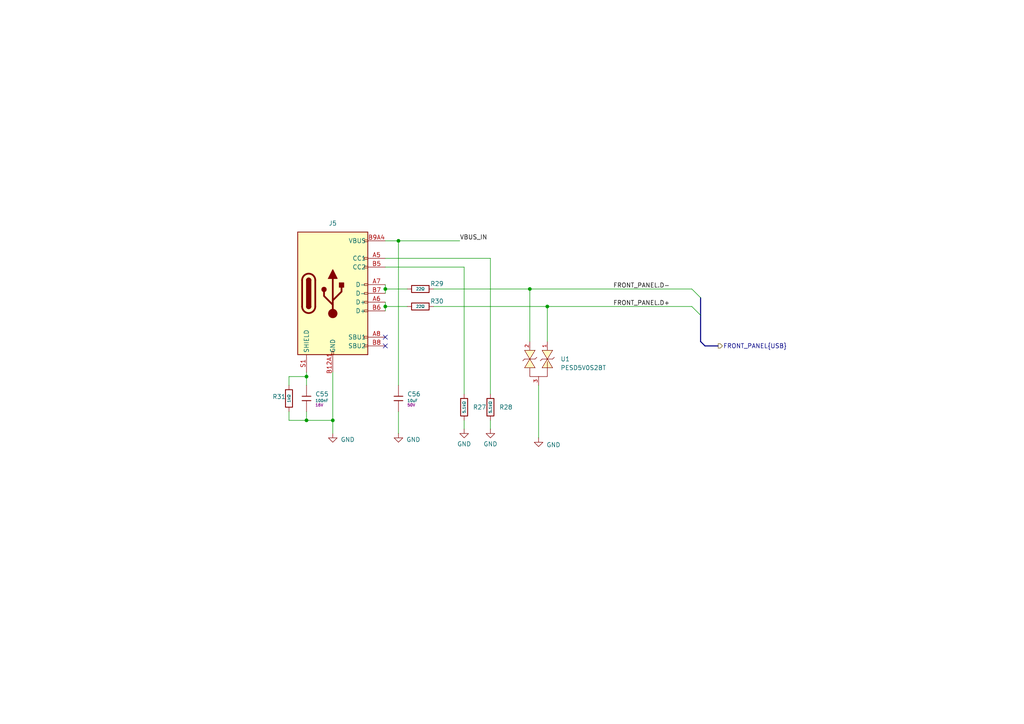
<source format=kicad_sch>
(kicad_sch (version 20231120) (generator "eeschema") (generator_version "8.0")
  (paper "A4")
  (title_block (date "2025-02-10") (rev "A") (company "ModuCard System"))
  (lib_symbols
    (symbol "PCM_JLCPCB-Capacitors:0402,100nF" (pin_numbers hide) (pin_names (offset 0))
      (property "Reference" "C" (at 2.032 1.668 0))
      (property "Value" "100nF" (at 2.032 -0.3782 0))
      (property "Voltage Rated" "16V" (at 2.032 -2.0462 0))
      (symbol "0402,100nF_0_1"
        (polyline (pts (xy -1.27 -0.635) (xy 1.27 -0.635)) (stroke (width 0.254)))
        (polyline (pts (xy -1.27 0.635) (xy 1.27 0.635)) (stroke (width 0.254)))
      )
      (symbol "0402,100nF_1_1"
        (pin passive line (at 0 3.81 270) (length 3.175) (name "~") (number "1"))
        (pin passive line (at 0 -3.81 90) (length 3.175) (name "~") (number "2"))
      )
    )
    (symbol "PCM_JLCPCB-Capacitors:0805,10uF,(2)" (pin_numbers hide) (pin_names (offset 0))
      (property "Reference" "C" (at 2.032 1.668 0))
      (property "Value" "10uF" (at 2.032 -0.3782 0))
      (property "Voltage Rated" "50V" (at 2.032 -2.0462 0))
      (symbol "0805,10uF,(2)_0_1"
        (polyline (pts (xy -1.27 -0.635) (xy 1.27 -0.635)) (stroke (width 0.254)))
        (polyline (pts (xy -1.27 0.635) (xy 1.27 0.635)) (stroke (width 0.254)))
      )
      (symbol "0805,10uF,(2)_1_1"
        (pin passive line (at 0 3.81 270) (length 3.175) (name "~") (number "1"))
        (pin passive line (at 0 -3.81 90) (length 3.175) (name "~") (number "2"))
      )
    )
    (symbol "PCM_JLCPCB-Extended:Connector, USB-TYPE-C-16P"
      (property "Reference" "J" (at 2.54 2.54 0))
      (symbol "Connector, USB-TYPE-C-16P_0_0"
        (rectangle (start -0.254 -17.78) (end 0.254 -16.764))
        (rectangle (start 10.16 -14.986) (end 9.144 -15.494))
        (rectangle (start 10.16 -12.446) (end 9.144 -12.954))
        (rectangle (start 10.16 -4.826) (end 9.144 -5.334))
        (rectangle (start 10.16 -2.286) (end 9.144 -2.794))
        (rectangle (start 10.16 0.254) (end 9.144 -0.254))
        (rectangle (start 10.16 2.794) (end 9.144 2.286))
        (rectangle (start 10.16 7.874) (end 9.144 7.366))
        (rectangle (start 10.16 10.414) (end 9.144 9.906))
        (rectangle (start 10.16 15.494) (end 9.144 14.986))
      )
      (symbol "Connector, USB-TYPE-C-16P_0_1"
        (rectangle (start -10.16 17.78) (end 10.16 -17.78) (stroke (width 0.254)) (fill (type background)))
        (arc (start -8.89 -3.81) (mid -6.985 -5.7067) (end -5.08 -3.81) (stroke (width 0.508)))
        (arc (start -7.62 -3.81) (mid -6.985 -4.4423) (end -6.35 -3.81) (stroke (width 0.254)))
        (arc (start -7.62 -3.81) (mid -6.985 -4.4423) (end -6.35 -3.81) (stroke (width 0.254)) (fill (type outline)))
        (rectangle (start -7.62 -3.81) (end -6.35 3.81) (stroke (width 0.254)) (fill (type outline)))
        (arc (start -6.35 3.81) (mid -6.985 4.4423) (end -7.62 3.81) (stroke (width 0.254)))
        (arc (start -6.35 3.81) (mid -6.985 4.4423) (end -7.62 3.81) (stroke (width 0.254)) (fill (type outline)))
        (arc (start -5.08 3.81) (mid -6.985 5.7067) (end -8.89 3.81) (stroke (width 0.508)))
        (circle (center -2.54 1.143) (radius 0.635) (stroke (width 0.254)) (fill (type outline)))
        (circle (center 0 -5.842) (radius 1.27) (fill (type outline)))
        (polyline (pts (xy -8.89 -3.81) (xy -8.89 3.81)) (stroke (width 0.508)))
        (polyline (pts (xy -5.08 3.81) (xy -5.08 -3.81)) (stroke (width 0.508)))
        (polyline (pts (xy 0 -5.842) (xy 0 4.318)) (stroke (width 0.508)))
        (polyline (pts (xy 0 -3.302) (xy -2.54 -0.762) (xy -2.54 0.508)) (stroke (width 0.508)))
        (polyline (pts (xy 0 -2.032) (xy 2.54 0.508) (xy 2.54 1.778)) (stroke (width 0.508)))
        (polyline (pts (xy -1.27 4.318) (xy 0 6.858) (xy 1.27 4.318) (xy -1.27 4.318)) (stroke (width 0.254)) (fill (type outline)))
        (rectangle (start 1.905 1.778) (end 3.175 3.048) (stroke (width 0.254)) (fill (type outline)))
      )
      (symbol "Connector, USB-TYPE-C-16P_1_1"
        (pin passive line (at 0 -22.86 90) (length 5.08) hide (name "GND") (number "A12B1"))
        (pin bidirectional line (at 15.24 10.16 180) (length 5.08) (name "CC1") (number "A5"))
        (pin bidirectional line (at 15.24 -2.54 180) (length 5.08) (name "D+") (number "A6"))
        (pin bidirectional line (at 15.24 2.54 180) (length 5.08) (name "D-") (number "A7"))
        (pin bidirectional line (at 15.24 -12.7 180) (length 5.08) (name "SBU1") (number "A8"))
        (pin passive line (at 15.24 15.24 180) (length 5.08) hide (name "VBUS") (number "A9B4"))
        (pin passive line (at 0 -22.86 90) (length 5.08) (name "GND") (number "B12A1"))
        (pin bidirectional line (at 15.24 7.62 180) (length 5.08) (name "CC2") (number "B5"))
        (pin bidirectional line (at 15.24 -5.08 180) (length 5.08) (name "D+") (number "B6"))
        (pin bidirectional line (at 15.24 0 180) (length 5.08) (name "D-") (number "B7"))
        (pin bidirectional line (at 15.24 -15.24 180) (length 5.08) (name "SBU2") (number "B8"))
        (pin passive line (at 15.24 15.24 180) (length 5.08) (name "VBUS") (number "B9A4"))
        (pin passive line (at -7.62 -22.86 90) (length 5.08) (name "SHIELD") (number "S1"))
      )
    )
    (symbol "PCM_JLCPCB-Resistors:0402,1kΩ" (pin_numbers hide) (pin_names (offset 0))
      (property "Reference" "R" (at 1.778 0 0))
      (property "Value" "1kΩ" (at 0 0 90))
      (symbol "0402,1kΩ_0_1"
        (rectangle (start -1.016 2.54) (end 1.016 -2.54) (stroke (width 0.254)))
      )
      (symbol "0402,1kΩ_1_1"
        (pin passive line (at 0 3.81 270) (length 1.27) (name "~") (number "1"))
        (pin passive line (at 0 -3.81 90) (length 1.27) (name "~") (number "2"))
      )
    )
    (symbol "PCM_JLCPCB-Resistors:0402,22Ω" (pin_numbers hide) (pin_names (offset 0))
      (property "Reference" "R" (at 1.778 0 0))
      (property "Value" "22Ω" (at 0 0 90))
      (symbol "0402,22Ω_0_1"
        (rectangle (start -1.016 2.54) (end 1.016 -2.54) (stroke (width 0.254)))
      )
      (symbol "0402,22Ω_1_1"
        (pin passive line (at 0 3.81 270) (length 1.27) (name "~") (number "1"))
        (pin passive line (at 0 -3.81 90) (length 1.27) (name "~") (number "2"))
      )
    )
    (symbol "PCM_JLCPCB-Resistors:0402,5.1kΩ" (pin_numbers hide) (pin_names (offset 0))
      (property "Reference" "R" (at 1.778 0 0))
      (property "Value" "5.1kΩ" (at 0 0 90))
      (symbol "0402,5.1kΩ_0_1"
        (rectangle (start -1.016 2.54) (end 1.016 -2.54) (stroke (width 0.254)))
      )
      (symbol "0402,5.1kΩ_1_1"
        (pin passive line (at 0 3.81 270) (length 1.27) (name "~") (number "1"))
        (pin passive line (at 0 -3.81 90) (length 1.27) (name "~") (number "2"))
      )
    )
    (symbol "PESD5V0S2BT:PESD5V0S2BT" (pin_names hide)
      (property "Reference" "U" (at -0.508 -1.524 0))
      (property "Value" "PESD5V0S2BT" (at 0 0 0))
      (symbol "PESD5V0S2BT_0_1"
        (polyline (pts (xy -1.016 -2.54) (xy -4.064 -2.54)))
        (polyline (pts (xy 4.064 -2.54) (xy 1.016 -2.54)))
        (polyline (pts (xy -4.064 -2.54) (xy -4.572 -3.048) (xy -4.064 -2.54)))
        (polyline (pts (xy -1.016 -2.54) (xy -0.508 -2.032) (xy -1.016 -2.54)))
        (polyline (pts (xy 1.016 -2.54) (xy 0.508 -3.048) (xy 1.016 -2.54)))
        (polyline (pts (xy 4.064 -2.54) (xy 4.572 -2.032) (xy 4.064 -2.54)))
        (polyline (pts (xy -4.064 -5.08) (xy -2.54 -2.54) (xy -1.016 -5.08) (xy -4.064 -5.08)) (fill (type background)))
        (polyline (pts (xy -4.064 0) (xy -2.54 -2.54) (xy -1.016 0) (xy -4.064 0)) (fill (type background)))
        (polyline (pts (xy 1.016 -5.08) (xy 2.54 -2.54) (xy 4.064 -5.08) (xy 1.016 -5.08)) (fill (type background)))
        (polyline (pts (xy 1.016 0) (xy 2.54 -2.54) (xy 4.064 0) (xy 1.016 0)) (fill (type background)))
        (polyline (pts (xy 2.54 0) (xy 2.54 2.54) (xy 0 2.54) (xy -2.54 2.54) (xy -2.54 -1.778)))
      )
      (symbol "PESD5V0S2BT_1_1"
        (pin passive line (at -2.54 -7.62 90) (length 2.54) (name "1") (number "1"))
        (pin passive line (at 2.54 -7.62 90) (length 2.54) (name "2") (number "2"))
        (pin passive line (at 0 5.08 270) (length 2.54) (name "3") (number "3"))
      )
    )
    (symbol "power:GND" (power) (pin_numbers hide) (pin_names (offset 0) hide)
      (property "Value" "GND" (at 0 -3.81 0))
      (symbol "GND_0_1"
        (polyline (pts (xy 0 0) (xy 0 -1.27) (xy 1.27 -1.27) (xy 0 -2.54) (xy -1.27 -1.27) (xy 0 -1.27)))
      )
      (symbol "GND_1_1"
        (pin power_in line (at 0 0 270) (length 0) (name "~") (number "1"))
      )
    )
  )
  (junction (at 115.57 69.85))
  (junction (at 88.9 109.22))
  (junction (at 88.9 121.92))
  (junction (at 158.75 88.9))
  (junction (at 96.52 121.92))
  (junction (at 111.76 83.82))
  (junction (at 111.76 88.9))
  (junction (at 153.67 83.82))
  (no_connect (at 111.76 97.79))
  (no_connect (at 111.76 100.33))
  (bus_entry (at 203.2 91.44) (size -2.54 -2.54))
  (bus_entry (at 203.2 86.36) (size -2.54 -2.54))
  (wire (pts (xy 88.9 109.22) (xy 88.9 111.76)))
  (wire (pts (xy 134.62 121.92) (xy 134.62 124.46)))
  (wire (pts (xy 125.73 83.82) (xy 153.67 83.82)))
  (wire (pts (xy 111.76 87.63) (xy 111.76 88.9)))
  (wire (pts (xy 158.75 88.9) (xy 158.75 99.06)))
  (wire (pts (xy 153.67 83.82) (xy 153.67 99.06)))
  (bus (pts (xy 204.47 100.33) (xy 208.28 100.33)))
  (bus (pts (xy 203.2 99.06) (xy 203.2 91.44)))
  (bus (pts (xy 203.2 99.06) (xy 204.47 100.33)))
  (wire (pts (xy 83.82 119.38) (xy 83.82 121.92)))
  (wire (pts (xy 153.67 83.82) (xy 200.66 83.82)))
  (wire (pts (xy 115.57 119.38) (xy 115.57 125.73)))
  (wire (pts (xy 83.82 109.22) (xy 88.9 109.22)))
  (wire (pts (xy 88.9 119.38) (xy 88.9 121.92)))
  (wire (pts (xy 142.24 121.92) (xy 142.24 124.46)))
  (wire (pts (xy 83.82 121.92) (xy 88.9 121.92)))
  (wire (pts (xy 111.76 74.93) (xy 142.24 74.93)))
  (wire (pts (xy 111.76 88.9) (xy 118.11 88.9)))
  (wire (pts (xy 125.73 88.9) (xy 158.75 88.9)))
  (wire (pts (xy 88.9 121.92) (xy 96.52 121.92)))
  (wire (pts (xy 158.75 88.9) (xy 200.66 88.9)))
  (wire (pts (xy 134.62 114.3) (xy 134.62 77.47)))
  (wire (pts (xy 115.57 69.85) (xy 133.35 69.85)))
  (wire (pts (xy 96.52 121.92) (xy 96.52 125.73)))
  (wire (pts (xy 96.52 107.95) (xy 96.52 121.92)))
  (wire (pts (xy 134.62 77.47) (xy 111.76 77.47)))
  (wire (pts (xy 115.57 111.76) (xy 115.57 69.85)))
  (wire (pts (xy 111.76 69.85) (xy 115.57 69.85)))
  (wire (pts (xy 111.76 88.9) (xy 111.76 90.17)))
  (wire (pts (xy 111.76 83.82) (xy 118.11 83.82)))
  (wire (pts (xy 142.24 74.93) (xy 142.24 114.3)))
  (bus (pts (xy 203.2 86.36) (xy 203.2 91.44)))
  (wire (pts (xy 88.9 109.22) (xy 88.9 107.95)))
  (wire (pts (xy 156.21 111.76) (xy 156.21 127)))
  (wire (pts (xy 111.76 82.55) (xy 111.76 83.82)))
  (wire (pts (xy 83.82 111.76) (xy 83.82 109.22)))
  (wire (pts (xy 111.76 83.82) (xy 111.76 85.09)))
  (label "FRONT_PANEL.D+" (at 194.31 88.9 180))
  (label "FRONT_PANEL.D-" (at 194.31 83.82 180))
  (label "VBUS_IN" (at 133.35 69.85 0))
  (hierarchical_label "FRONT_PANEL{USB}" (shape output) (at 208.28 100.33 0))
  (symbol (lib_id "PCM_JLCPCB-Capacitors:0402,100nF") (at 88.9 115.57 0) (unit 1)
    (property "Reference" "C55" (at 91.44 114.3 0) (effects (justify left)))
    (property "Value" "100nF" (at 91.44 116.205 0) (effects (font (size 0.8 0.8)) (justify left)))
    (property "Footprint" "PCM_JLCPCB:C_0402" (effects (hide yes)))
    (property "Datasheet" "https://www.lcsc.com/datasheet/lcsc_datasheet_2304140030_Samsung-Electro-Mechanics-CL05B104KO5NNNC_C1525.pdf" (effects (hide yes)))
    (property "Description" "16V 100nF X7R ±10% 0402 Multilayer Ceramic Capacitors MLCC - SMD/SMT ROHS" (effects (hide yes)))
    (property "LCSC" "C1525" (effects (hide yes)))
    (property "Stock" "27771805" (effects (hide yes)))
    (property "Price" "0.004USD" (effects (hide yes)))
    (property "Process" "SMT" (effects (hide yes)))
    (property "Minimum Qty" "20" (effects (hide yes)))
    (property "Attrition Qty" "10" (effects (hide yes)))
    (property "Class" "Basic Component" (effects (hide yes)))
    (property "Category" "Capacitors,Multilayer Ceramic Capacitors MLCC - SMD/SMT" (effects (hide yes)))
    (property "Manufacturer" "Samsung Electro-Mechanics" (effects (hide yes)))
    (property "Part" "CL05B104KO5NNNC" (effects (hide yes)))
    (property "Voltage Rated" "16V" (at 91.44 117.475 0) (effects (font (size 0.8 0.8)) (justify left)))
    (property "Tolerance" "±10%" (effects (hide yes)))
    (property "Capacitance" "100nF" (effects (hide yes)))
    (property "Temperature Coefficient" "X7R" (effects (hide yes)))
  )
  (symbol (lib_id "power:GND") (at 142.24 124.46 0) (unit 1)
    (property "Reference" "#PWR0114" (effects (hide yes)))
    (property "Value" "GND" (at 142.24 128.778 0))
    (property "Description" "Power symbol creates a global label with name \"GND\" , ground" (effects (hide yes)))
  )
  (symbol (lib_id "power:GND") (at 115.57 125.73 0) (unit 1)
    (property "Reference" "#PWR0116" (effects (hide yes)))
    (property "Value" "GND" (at 119.888 127.508 0))
    (property "Description" "Power symbol creates a global label with name \"GND\" , ground" (effects (hide yes)))
  )
  (symbol (lib_id "PCM_JLCPCB-Resistors:0402,22Ω") (at 121.92 83.82 90) (unit 1)
    (property "Reference" "R29" (at 126.746 82.296 90))
    (property "Value" "22Ω" (at 121.92 83.82 90) (effects (font (size 0.8 0.8))))
    (property "Footprint" "PCM_JLCPCB:R_0402" (effects (hide yes)))
    (property "Datasheet" "https://www.lcsc.com/datasheet/lcsc_datasheet_2205311900_UNI-ROYAL-Uniroyal-Elec-0402WGF220JTCE_C25092.pdf" (effects (hide yes)))
    (property "Description" "62.5mW Thick Film Resistors 50V ±1% ±100ppm/°C 22Ω 0402 Chip Resistor - Surface Mount ROHS" (effects (hide yes)))
    (property "LCSC" "C25092" (effects (hide yes)))
    (property "Stock" "2497993" (effects (hide yes)))
    (property "Price" "0.004USD" (effects (hide yes)))
    (property "Process" "SMT" (effects (hide yes)))
    (property "Minimum Qty" "20" (effects (hide yes)))
    (property "Attrition Qty" "10" (effects (hide yes)))
    (property "Class" "Basic Component" (effects (hide yes)))
    (property "Category" "Resistors,Chip Resistor - Surface Mount" (effects (hide yes)))
    (property "Manufacturer" "UNI-ROYAL(Uniroyal Elec)" (effects (hide yes)))
    (property "Part" "0402WGF220JTCE" (effects (hide yes)))
    (property "Resistance" "22Ω" (effects (hide yes)))
    (property "Power(Watts)" "62.5mW" (effects (hide yes)))
    (property "Type" "Thick Film Resistors" (effects (hide yes)))
    (property "Overload Voltage (Max)" "50V" (effects (hide yes)))
    (property "Operating Temperature Range" "-55°C~+155°C" (effects (hide yes)))
    (property "Tolerance" "±1%" (effects (hide yes)))
    (property "Temperature Coefficient" "±100ppm/°C" (effects (hide yes)))
  )
  (symbol (lib_id "PCM_JLCPCB-Resistors:0402,5.1kΩ") (at 142.24 118.11 0) (unit 1)
    (property "Reference" "R28" (at 144.78 118.11 0) (effects (justify left)))
    (property "Value" "5.1kΩ" (at 142.24 118.11 90) (effects (font (size 0.8 0.8))))
    (property "Footprint" "PCM_JLCPCB:R_0402" (effects (hide yes)))
    (property "Datasheet" "https://www.lcsc.com/datasheet/lcsc_datasheet_2206010045_UNI-ROYAL-Uniroyal-Elec-0402WGF5101TCE_C25905.pdf" (effects (hide yes)))
    (property "Description" "62.5mW Thick Film Resistors 50V ±100ppm/°C ±1% 5.1kΩ 0402 Chip Resistor - Surface Mount ROHS" (effects (hide yes)))
    (property "LCSC" "C25905" (effects (hide yes)))
    (property "Stock" "2578203" (effects (hide yes)))
    (property "Price" "0.004USD" (effects (hide yes)))
    (property "Process" "SMT" (effects (hide yes)))
    (property "Minimum Qty" "20" (effects (hide yes)))
    (property "Attrition Qty" "10" (effects (hide yes)))
    (property "Class" "Basic Component" (effects (hide yes)))
    (property "Category" "Resistors,Chip Resistor - Surface Mount" (effects (hide yes)))
    (property "Manufacturer" "UNI-ROYAL(Uniroyal Elec)" (effects (hide yes)))
    (property "Part" "0402WGF5101TCE" (effects (hide yes)))
    (property "Resistance" "5.1kΩ" (effects (hide yes)))
    (property "Power(Watts)" "62.5mW" (effects (hide yes)))
    (property "Type" "Thick Film Resistors" (effects (hide yes)))
    (property "Overload Voltage (Max)" "50V" (effects (hide yes)))
    (property "Operating Temperature Range" "-55°C~+155°C" (effects (hide yes)))
    (property "Tolerance" "±1%" (effects (hide yes)))
    (property "Temperature Coefficient" "±100ppm/°C" (effects (hide yes)))
  )
  (symbol (lib_id "power:GND") (at 156.21 127 0) (unit 1)
    (property "Reference" "#PWR0117" (effects (hide yes)))
    (property "Value" "GND" (at 160.528 129.032 0))
    (property "Description" "Power symbol creates a global label with name \"GND\" , ground" (effects (hide yes)))
  )
  (symbol (lib_id "PCM_JLCPCB-Resistors:0402,1kΩ") (at 83.82 115.57 0) (unit 1)
    (property "Reference" "R31" (at 78.994 115.062 0) (effects (justify left)))
    (property "Value" "1kΩ" (at 83.82 115.57 90) (effects (font (size 0.8 0.8))))
    (property "Footprint" "PCM_JLCPCB:R_0402" (effects (hide yes)))
    (property "Datasheet" "https://www.lcsc.com/datasheet/lcsc_datasheet_2206010216_UNI-ROYAL-Uniroyal-Elec-0402WGF1001TCE_C11702.pdf" (effects (hide yes)))
    (property "Description" "62.5mW Thick Film Resistors 50V ±100ppm/°C ±1% 1kΩ 0402 Chip Resistor - Surface Mount ROHS" (effects (hide yes)))
    (property "LCSC" "C11702" (effects (hide yes)))
    (property "Stock" "10672962" (effects (hide yes)))
    (property "Price" "0.004USD" (effects (hide yes)))
    (property "Process" "SMT" (effects (hide yes)))
    (property "Minimum Qty" "20" (effects (hide yes)))
    (property "Attrition Qty" "10" (effects (hide yes)))
    (property "Class" "Basic Component" (effects (hide yes)))
    (property "Category" "Resistors,Chip Resistor - Surface Mount" (effects (hide yes)))
    (property "Manufacturer" "UNI-ROYAL(Uniroyal Elec)" (effects (hide yes)))
    (property "Part" "0402WGF1001TCE" (effects (hide yes)))
    (property "Resistance" "1kΩ" (effects (hide yes)))
    (property "Power(Watts)" "62.5mW" (effects (hide yes)))
    (property "Type" "Thick Film Resistors" (effects (hide yes)))
    (property "Overload Voltage (Max)" "50V" (effects (hide yes)))
    (property "Operating Temperature Range" "-55°C~+155°C" (effects (hide yes)))
    (property "Tolerance" "±1%" (effects (hide yes)))
    (property "Temperature Coefficient" "±100ppm/°C" (effects (hide yes)))
  )
  (symbol (lib_id "PESD5V0S2BT:PESD5V0S2BT") (at 156.21 106.68 180) (unit 1)
    (property "Reference" "U1" (at 162.56 104.1399 0) (effects (justify right)))
    (property "Value" "PESD5V0S2BT" (at 162.56 106.6799 0) (effects (justify right)))
    (property "Footprint" "Package_TO_SOT_SMD:SOT-23" (effects (hide yes)))
    (property "Datasheet" "https://www.lcsc.com/datasheet/lcsc_datasheet_2501101716_HXY-MOSFET-PESD5V0S2BT_C5451656.pdf" (effects (hide yes)))
    (property "Description" "11A 8V 8V Bidirectional 5V SOT-23 ESD and Surge Protection (TVS/ESD)" (effects (hide yes)))
  )
  (symbol (lib_id "power:GND") (at 96.52 125.73 0) (unit 1)
    (property "Reference" "#PWR0115" (effects (hide yes)))
    (property "Value" "GND" (at 100.838 127.508 0))
    (property "Description" "Power symbol creates a global label with name \"GND\" , ground" (effects (hide yes)))
  )
  (symbol (lib_id "PCM_JLCPCB-Resistors:0402,22Ω") (at 121.92 88.9 90) (unit 1)
    (property "Reference" "R30" (at 126.746 87.376 90))
    (property "Value" "22Ω" (at 121.92 88.9 90) (effects (font (size 0.8 0.8))))
    (property "Footprint" "PCM_JLCPCB:R_0402" (effects (hide yes)))
    (property "Datasheet" "https://www.lcsc.com/datasheet/lcsc_datasheet_2205311900_UNI-ROYAL-Uniroyal-Elec-0402WGF220JTCE_C25092.pdf" (effects (hide yes)))
    (property "Description" "62.5mW Thick Film Resistors 50V ±1% ±100ppm/°C 22Ω 0402 Chip Resistor - Surface Mount ROHS" (effects (hide yes)))
    (property "LCSC" "C25092" (effects (hide yes)))
    (property "Stock" "2497993" (effects (hide yes)))
    (property "Price" "0.004USD" (effects (hide yes)))
    (property "Process" "SMT" (effects (hide yes)))
    (property "Minimum Qty" "20" (effects (hide yes)))
    (property "Attrition Qty" "10" (effects (hide yes)))
    (property "Class" "Basic Component" (effects (hide yes)))
    (property "Category" "Resistors,Chip Resistor - Surface Mount" (effects (hide yes)))
    (property "Manufacturer" "UNI-ROYAL(Uniroyal Elec)" (effects (hide yes)))
    (property "Part" "0402WGF220JTCE" (effects (hide yes)))
    (property "Resistance" "22Ω" (effects (hide yes)))
    (property "Power(Watts)" "62.5mW" (effects (hide yes)))
    (property "Type" "Thick Film Resistors" (effects (hide yes)))
    (property "Overload Voltage (Max)" "50V" (effects (hide yes)))
    (property "Operating Temperature Range" "-55°C~+155°C" (effects (hide yes)))
    (property "Tolerance" "±1%" (effects (hide yes)))
    (property "Temperature Coefficient" "±100ppm/°C" (effects (hide yes)))
  )
  (symbol (lib_id "PCM_JLCPCB-Extended:Connector, USB-TYPE-C-16P") (at 96.52 85.09 0) (unit 1)
    (property "Reference" "J5" (at 96.52 64.77 0))
    (property "Value" "Connector, USB-TYPE-C-16P" (effects (hide yes)))
    (property "Footprint" "Connector_USB:USB_C_Receptacle_GCT_USB4105-xx-A_16P_TopMnt_Horizontal" (effects (hide yes)))
    (property "Datasheet" "https://atta.szlcsc.com/upload/public/pdf/source/20220920/0EF8F885FCCEA71F60E9E85152155021.pdf" (effects (hide yes)))
    (property "Description" "3A 1 Horizontal attachment 16P Female -25℃~+85℃ Type-C SMD USB Connectors ROHS" (effects (hide yes)))
    (property "LCSC" "C2927039" (effects (hide yes)))
  )
  (symbol (lib_id "PCM_JLCPCB-Capacitors:0805,10uF,(2)") (at 115.57 115.57 0) (unit 1)
    (property "Reference" "C56" (at 118.11 114.3 0) (effects (justify left)))
    (property "Value" "10uF" (at 118.11 116.205 0) (effects (font (size 0.8 0.8)) (justify left)))
    (property "Footprint" "PCM_JLCPCB:C_0805" (effects (hide yes)))
    (property "Datasheet" "https://www.lcsc.com/datasheet/lcsc_datasheet_2411041759_Murata-Electronics-GRM21BR61H106KE43L_C440198.pdf" (effects (hide yes)))
    (property "Description" "50V 10uF X5R ±10% 0805 Multilayer Ceramic Capacitors MLCC - SMD/SMT ROHS" (effects (hide yes)))
    (property "LCSC" "C440198" (effects (hide yes)))
    (property "Stock" "1423931" (effects (hide yes)))
    (property "Price" "0.067USD" (effects (hide yes)))
    (property "Process" "SMT" (effects (hide yes)))
    (property "Minimum Qty" "5" (effects (hide yes)))
    (property "Attrition Qty" "4" (effects (hide yes)))
    (property "Class" "Basic Component" (effects (hide yes)))
    (property "Category" "Capacitors,Multilayer Ceramic Capacitors MLCC - SMD/SMT" (effects (hide yes)))
    (property "Manufacturer" "Murata Electronics" (effects (hide yes)))
    (property "Part" "GRM21BR61H106KE43L" (effects (hide yes)))
    (property "Voltage Rated" "50V" (at 118.11 117.475 0) (effects (font (size 0.8 0.8)) (justify left)))
    (property "Tolerance" "±10%" (effects (hide yes)))
    (property "Capacitance" "10uF" (effects (hide yes)))
    (property "Temperature Coefficient" "X5R" (effects (hide yes)))
  )
  (symbol (lib_id "PCM_JLCPCB-Resistors:0402,5.1kΩ") (at 134.62 118.11 0) (unit 1)
    (property "Reference" "R27" (at 137.16 118.11 0) (effects (justify left)))
    (property "Value" "5.1kΩ" (at 134.62 118.11 90) (effects (font (size 0.8 0.8))))
    (property "Footprint" "PCM_JLCPCB:R_0402" (effects (hide yes)))
    (property "Datasheet" "https://www.lcsc.com/datasheet/lcsc_datasheet_2206010045_UNI-ROYAL-Uniroyal-Elec-0402WGF5101TCE_C25905.pdf" (effects (hide yes)))
    (property "Description" "62.5mW Thick Film Resistors 50V ±100ppm/°C ±1% 5.1kΩ 0402 Chip Resistor - Surface Mount ROHS" (effects (hide yes)))
    (property "LCSC" "C25905" (effects (hide yes)))
    (property "Stock" "2578203" (effects (hide yes)))
    (property "Price" "0.004USD" (effects (hide yes)))
    (property "Process" "SMT" (effects (hide yes)))
    (property "Minimum Qty" "20" (effects (hide yes)))
    (property "Attrition Qty" "10" (effects (hide yes)))
    (property "Class" "Basic Component" (effects (hide yes)))
    (property "Category" "Resistors,Chip Resistor - Surface Mount" (effects (hide yes)))
    (property "Manufacturer" "UNI-ROYAL(Uniroyal Elec)" (effects (hide yes)))
    (property "Part" "0402WGF5101TCE" (effects (hide yes)))
    (property "Resistance" "5.1kΩ" (effects (hide yes)))
    (property "Power(Watts)" "62.5mW" (effects (hide yes)))
    (property "Type" "Thick Film Resistors" (effects (hide yes)))
    (property "Overload Voltage (Max)" "50V" (effects (hide yes)))
    (property "Operating Temperature Range" "-55°C~+155°C" (effects (hide yes)))
    (property "Tolerance" "±1%" (effects (hide yes)))
    (property "Temperature Coefficient" "±100ppm/°C" (effects (hide yes)))
  )
  (symbol (lib_id "power:GND") (at 134.62 124.46 0) (unit 1)
    (property "Reference" "#PWR0113" (effects (hide yes)))
    (property "Value" "GND" (at 134.62 128.778 0))
    (property "Description" "Power symbol creates a global label with name \"GND\" , ground" (effects (hide yes)))
  )
)
</source>
